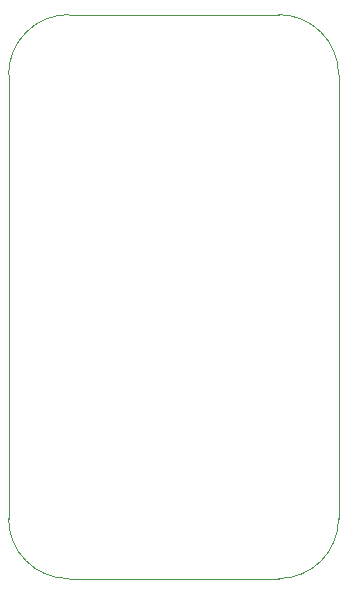
<source format=gko>
G04 #@! TF.GenerationSoftware,KiCad,Pcbnew,(5.1.4)-1*
G04 #@! TF.CreationDate,2020-10-29T21:44:13+08:00*
G04 #@! TF.ProjectId,custom_microcontroller,63757374-6f6d-45f6-9d69-63726f636f6e,rev?*
G04 #@! TF.SameCoordinates,Original*
G04 #@! TF.FileFunction,Profile,NP*
%FSLAX46Y46*%
G04 Gerber Fmt 4.6, Leading zero omitted, Abs format (unit mm)*
G04 Created by KiCad (PCBNEW (5.1.4)-1) date 2020-10-29 21:44:13*
%MOMM*%
%LPD*%
G04 APERTURE LIST*
%ADD10C,0.050000*%
G04 APERTURE END LIST*
D10*
X129540000Y-106680000D02*
X147320000Y-106680000D01*
X124460000Y-149352000D02*
X124460000Y-111760000D01*
X147320000Y-154432000D02*
X129540000Y-154432000D01*
X152400000Y-111760000D02*
X152400000Y-149352000D01*
X152400000Y-149352000D02*
G75*
G02X147320000Y-154432000I-5080000J0D01*
G01*
X129540000Y-154432000D02*
G75*
G02X124460000Y-149352000I0J5080000D01*
G01*
X147320000Y-106680000D02*
G75*
G02X152400000Y-111760000I0J-5080000D01*
G01*
X124460000Y-111760000D02*
G75*
G02X129540000Y-106680000I5080000J0D01*
G01*
M02*

</source>
